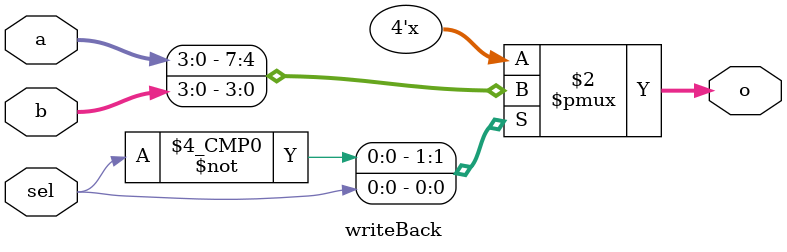
<source format=sv>
module writeBack #(parameter N=4)(input [N-1:0] a,b, input sel, output logic [N-1:0] o);

	always_comb begin
		case(sel)
			1'b0:o=a;
			1'b1:o=b;
			default:o=a;
		endcase
	end
	
endmodule 
</source>
